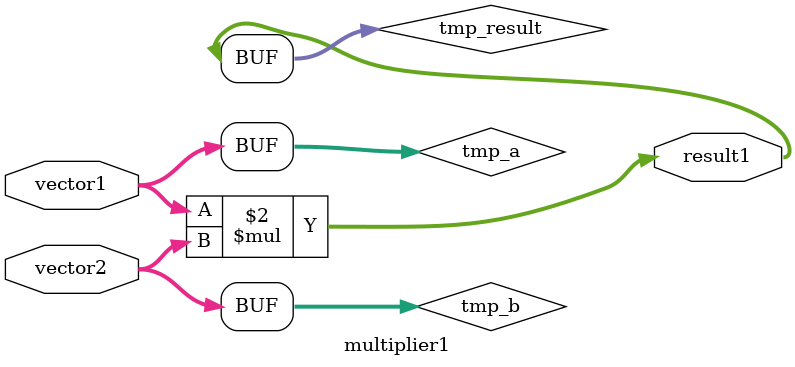
<source format=v>
`timescale 1ns / 1ps


module multiplier1(
  input [7:0] vector1,
  input [7:0] vector2,
  output  [15:0] result1
);

reg [7:0] tmp_a;
reg [7:0] tmp_b;
reg [15:0] tmp_result;

always @ (vector1 or vector2) begin
  tmp_a = vector1;
  tmp_b = vector2;
  tmp_result = tmp_a * tmp_b;
end

assign result1 = tmp_result;

endmodule
</source>
